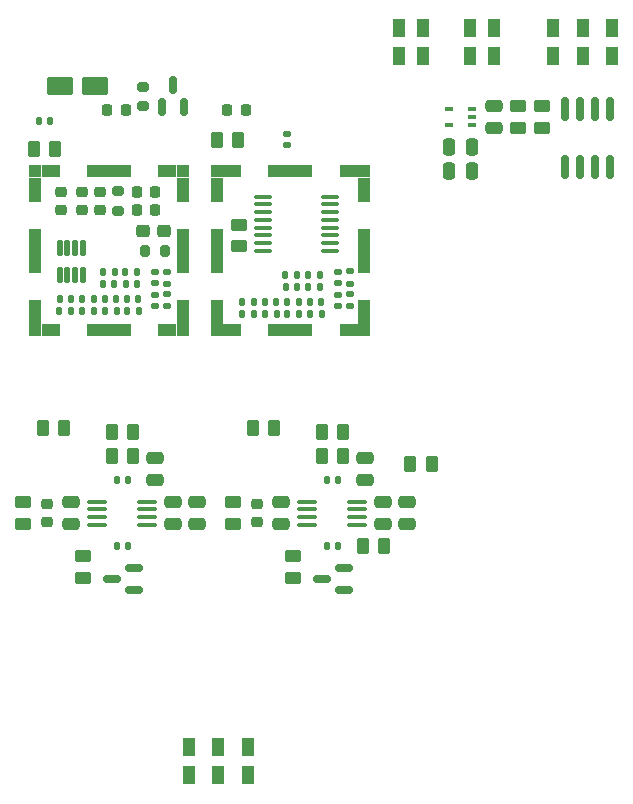
<source format=gbr>
%TF.GenerationSoftware,KiCad,Pcbnew,6.0.2+dfsg-1*%
%TF.CreationDate,2023-07-10T21:48:35-06:00*%
%TF.ProjectId,TestComponents,54657374-436f-46d7-906f-6e656e74732e,rev?*%
%TF.SameCoordinates,PXbf5d420PY621abf0*%
%TF.FileFunction,Paste,Top*%
%TF.FilePolarity,Positive*%
%FSLAX46Y46*%
G04 Gerber Fmt 4.6, Leading zero omitted, Abs format (unit mm)*
G04 Created by KiCad (PCBNEW 6.0.2+dfsg-1) date 2023-07-10 21:48:35*
%MOMM*%
%LPD*%
G01*
G04 APERTURE LIST*
G04 Aperture macros list*
%AMRoundRect*
0 Rectangle with rounded corners*
0 $1 Rounding radius*
0 $2 $3 $4 $5 $6 $7 $8 $9 X,Y pos of 4 corners*
0 Add a 4 corners polygon primitive as box body*
4,1,4,$2,$3,$4,$5,$6,$7,$8,$9,$2,$3,0*
0 Add four circle primitives for the rounded corners*
1,1,$1+$1,$2,$3*
1,1,$1+$1,$4,$5*
1,1,$1+$1,$6,$7*
1,1,$1+$1,$8,$9*
0 Add four rect primitives between the rounded corners*
20,1,$1+$1,$2,$3,$4,$5,0*
20,1,$1+$1,$4,$5,$6,$7,0*
20,1,$1+$1,$6,$7,$8,$9,0*
20,1,$1+$1,$8,$9,$2,$3,0*%
G04 Aperture macros list end*
%ADD10RoundRect,0.140000X0.140000X0.170000X-0.140000X0.170000X-0.140000X-0.170000X0.140000X-0.170000X0*%
%ADD11RoundRect,0.135000X0.135000X0.185000X-0.135000X0.185000X-0.135000X-0.185000X0.135000X-0.185000X0*%
%ADD12RoundRect,0.135000X-0.135000X-0.185000X0.135000X-0.185000X0.135000X0.185000X-0.135000X0.185000X0*%
%ADD13RoundRect,0.225000X0.225000X0.250000X-0.225000X0.250000X-0.225000X-0.250000X0.225000X-0.250000X0*%
%ADD14RoundRect,0.225000X0.250000X-0.225000X0.250000X0.225000X-0.250000X0.225000X-0.250000X-0.225000X0*%
%ADD15RoundRect,0.150000X0.587500X0.150000X-0.587500X0.150000X-0.587500X-0.150000X0.587500X-0.150000X0*%
%ADD16RoundRect,0.140000X-0.140000X-0.170000X0.140000X-0.170000X0.140000X0.170000X-0.140000X0.170000X0*%
%ADD17RoundRect,0.250000X0.262500X0.450000X-0.262500X0.450000X-0.262500X-0.450000X0.262500X-0.450000X0*%
%ADD18RoundRect,0.250000X0.475000X-0.250000X0.475000X0.250000X-0.475000X0.250000X-0.475000X-0.250000X0*%
%ADD19RoundRect,0.250000X-0.475000X0.250000X-0.475000X-0.250000X0.475000X-0.250000X0.475000X0.250000X0*%
%ADD20RoundRect,0.140000X0.170000X-0.140000X0.170000X0.140000X-0.170000X0.140000X-0.170000X-0.140000X0*%
%ADD21RoundRect,0.250000X0.450000X-0.262500X0.450000X0.262500X-0.450000X0.262500X-0.450000X-0.262500X0*%
%ADD22RoundRect,0.150000X0.150000X-0.825000X0.150000X0.825000X-0.150000X0.825000X-0.150000X-0.825000X0*%
%ADD23RoundRect,0.250000X-0.262500X-0.450000X0.262500X-0.450000X0.262500X0.450000X-0.262500X0.450000X0*%
%ADD24RoundRect,0.135000X-0.185000X0.135000X-0.185000X-0.135000X0.185000X-0.135000X0.185000X0.135000X0*%
%ADD25RoundRect,0.250000X-0.450000X0.262500X-0.450000X-0.262500X0.450000X-0.262500X0.450000X0.262500X0*%
%ADD26RoundRect,0.200000X0.200000X0.275000X-0.200000X0.275000X-0.200000X-0.275000X0.200000X-0.275000X0*%
%ADD27RoundRect,0.150000X0.150000X-0.587500X0.150000X0.587500X-0.150000X0.587500X-0.150000X-0.587500X0*%
%ADD28RoundRect,0.125000X0.125000X-0.537500X0.125000X0.537500X-0.125000X0.537500X-0.125000X-0.537500X0*%
%ADD29RoundRect,0.200000X0.275000X-0.200000X0.275000X0.200000X-0.275000X0.200000X-0.275000X-0.200000X0*%
%ADD30RoundRect,0.250000X0.312500X0.275000X-0.312500X0.275000X-0.312500X-0.275000X0.312500X-0.275000X0*%
%ADD31RoundRect,0.200000X-0.275000X0.200000X-0.275000X-0.200000X0.275000X-0.200000X0.275000X0.200000X0*%
%ADD32RoundRect,0.250000X-0.250000X-0.475000X0.250000X-0.475000X0.250000X0.475000X-0.250000X0.475000X0*%
%ADD33RoundRect,0.250000X0.250000X0.475000X-0.250000X0.475000X-0.250000X-0.475000X0.250000X-0.475000X0*%
%ADD34R,1.000000X3.800000*%
%ADD35R,1.650000X1.000000*%
%ADD36R,3.800000X1.000000*%
%ADD37R,1.000000X1.000000*%
%ADD38R,1.000000X2.130000*%
%ADD39R,1.000000X1.600000*%
%ADD40R,0.650000X0.400000*%
%ADD41RoundRect,0.100000X0.637500X0.100000X-0.637500X0.100000X-0.637500X-0.100000X0.637500X-0.100000X0*%
%ADD42RoundRect,0.100000X-0.712500X-0.100000X0.712500X-0.100000X0.712500X0.100000X-0.712500X0.100000X0*%
%ADD43RoundRect,0.250000X0.850000X0.550000X-0.850000X0.550000X-0.850000X-0.550000X0.850000X-0.550000X0*%
G04 APERTURE END LIST*
D10*
%TO.C,C31*%
X-41211600Y8839100D03*
X-42171600Y8839100D03*
%TD*%
D11*
%TO.C,R26*%
X-44989600Y7813500D03*
X-46009600Y7813500D03*
%TD*%
D12*
%TO.C,R18*%
X-55709700Y8128000D03*
X-54689700Y8128000D03*
%TD*%
D13*
%TO.C,C26*%
X-53365300Y16652600D03*
X-54915300Y16652600D03*
%TD*%
D14*
%TO.C,CS1*%
X-44704000Y-9792000D03*
X-44704000Y-8242000D03*
%TD*%
D15*
%TO.C,U8*%
X-37357200Y-15551000D03*
X-37357200Y-13651000D03*
X-39232200Y-14601000D03*
%TD*%
D11*
%TO.C,R16*%
X-60460900Y8128000D03*
X-61480900Y8128000D03*
%TD*%
D16*
%TO.C,C29*%
X-44061600Y8829500D03*
X-43101600Y8829500D03*
%TD*%
D10*
%TO.C,C24*%
X-54892000Y10414000D03*
X-55852000Y10414000D03*
%TD*%
D17*
%TO.C,RS6*%
X-37441500Y-4191000D03*
X-39266500Y-4191000D03*
%TD*%
D18*
%TO.C,CS10*%
X-49784000Y-9967000D03*
X-49784000Y-8067000D03*
%TD*%
D16*
%TO.C,C15*%
X-63190300Y24145600D03*
X-62230300Y24145600D03*
%TD*%
D14*
%TO.C,C13*%
X-61353900Y16649800D03*
X-61353900Y18199800D03*
%TD*%
D13*
%TO.C,C3*%
X-45707000Y25146000D03*
X-47257000Y25146000D03*
%TD*%
D12*
%TO.C,R29*%
X-42156400Y7823100D03*
X-41136400Y7823100D03*
%TD*%
D19*
%TO.C,R_{PD.bias}2*%
X-53338700Y-4323000D03*
X-53338700Y-6223000D03*
%TD*%
D16*
%TO.C,CS7*%
X-56614000Y-6223000D03*
X-55654000Y-6223000D03*
%TD*%
D10*
%TO.C,C34*%
X-39420600Y10157700D03*
X-40380600Y10157700D03*
%TD*%
D20*
%TO.C,C38*%
X-42164000Y22126000D03*
X-42164000Y23086000D03*
%TD*%
D21*
%TO.C,R6*%
X-46278800Y13565500D03*
X-46278800Y15390500D03*
%TD*%
D16*
%TO.C,CS3*%
X-38834000Y-11811000D03*
X-37874000Y-11811000D03*
%TD*%
D22*
%TO.C,U3*%
X-18669000Y20284980D03*
X-17399000Y20284980D03*
X-16129000Y20284980D03*
X-14859000Y20284980D03*
X-14859000Y25234980D03*
X-16129000Y25234980D03*
X-17399000Y25234980D03*
X-18669000Y25234980D03*
%TD*%
D23*
%TO.C,R_{PD}2*%
X-57045200Y-2159000D03*
X-55220200Y-2159000D03*
%TD*%
D12*
%TO.C,R23*%
X-57799900Y11430000D03*
X-56779900Y11430000D03*
%TD*%
D24*
%TO.C,R30*%
X-36880600Y9527000D03*
X-36880600Y8507000D03*
%TD*%
D16*
%TO.C,C28*%
X-45979600Y8829500D03*
X-45019600Y8829500D03*
%TD*%
%TO.C,CS2*%
X-38834000Y-6223000D03*
X-37874000Y-6223000D03*
%TD*%
D25*
%TO.C,R2*%
X-20574000Y25447000D03*
X-20574000Y23622000D03*
%TD*%
D19*
%TO.C,CS4*%
X-34036000Y-8067000D03*
X-34036000Y-9967000D03*
%TD*%
D10*
%TO.C,C35*%
X-41338600Y10157700D03*
X-42298600Y10157700D03*
%TD*%
D12*
%TO.C,R28*%
X-40238400Y7823100D03*
X-39218400Y7823100D03*
%TD*%
D20*
%TO.C,C22*%
X-53367900Y8522525D03*
X-53367900Y9482525D03*
%TD*%
D23*
%TO.C,R_{PD}2.1*%
X-62888500Y-1778000D03*
X-61063500Y-1778000D03*
%TD*%
D24*
%TO.C,R20*%
X-52351900Y9512525D03*
X-52351900Y8492525D03*
%TD*%
D10*
%TO.C,C25*%
X-56809900Y10414000D03*
X-57769900Y10414000D03*
%TD*%
D18*
%TO.C,CS5*%
X-32004000Y-9967000D03*
X-32004000Y-8067000D03*
%TD*%
D13*
%TO.C,C1*%
X-55867000Y25146000D03*
X-57417000Y25146000D03*
%TD*%
D26*
%TO.C,R14*%
X-52540300Y13156900D03*
X-54190300Y13156900D03*
%TD*%
D18*
%TO.C,CS11*%
X-24701036Y23587980D03*
X-24701036Y25487980D03*
%TD*%
D12*
%TO.C,R19*%
X-57627700Y8128000D03*
X-56607700Y8128000D03*
%TD*%
D19*
%TO.C,CS9*%
X-51816000Y-8067000D03*
X-51816000Y-9967000D03*
%TD*%
D27*
%TO.C,U13*%
X-52804300Y25367100D03*
X-50904300Y25367100D03*
X-51854300Y27242100D03*
%TD*%
D20*
%TO.C,C23*%
X-53367900Y10440525D03*
X-53367900Y11400525D03*
%TD*%
D28*
%TO.C,U1*%
X-61439900Y11146300D03*
X-60789900Y11146300D03*
X-60139900Y11146300D03*
X-59489900Y11146300D03*
X-59489900Y13421300D03*
X-60139900Y13421300D03*
X-60789900Y13421300D03*
X-61439900Y13421300D03*
%TD*%
D29*
%TO.C,R10*%
X-54368900Y25428800D03*
X-54368900Y27078800D03*
%TD*%
D23*
%TO.C,R34*%
X-48156500Y22606000D03*
X-46331500Y22606000D03*
%TD*%
D30*
%TO.C,C16*%
X-52643200Y14884100D03*
X-54418200Y14884100D03*
%TD*%
D24*
%TO.C,R21*%
X-52351900Y11430525D03*
X-52351900Y10410525D03*
%TD*%
D31*
%TO.C,R15*%
X-56527900Y18249800D03*
X-56527900Y16599800D03*
%TD*%
D32*
%TO.C,CS12*%
X-28445036Y21997980D03*
X-26545036Y21997980D03*
%TD*%
D23*
%TO.C,R_{PD}1.1*%
X-45108500Y-1778000D03*
X-43283500Y-1778000D03*
%TD*%
D12*
%TO.C,R33*%
X-42328600Y11173700D03*
X-41308600Y11173700D03*
%TD*%
D13*
%TO.C,C27*%
X-53365300Y18186100D03*
X-54915300Y18186100D03*
%TD*%
D33*
%TO.C,CS13*%
X-26545036Y19965980D03*
X-28445036Y19965980D03*
%TD*%
D34*
%TO.C,J5*%
X-63527000Y13208000D03*
D35*
X-62202000Y6478000D03*
D36*
X-57277000Y19938000D03*
D35*
X-52352000Y19938000D03*
D37*
X-51027000Y6478000D03*
X-63527000Y19938000D03*
D34*
X-51027000Y13208000D03*
D37*
X-63527000Y6478000D03*
D38*
X-63527000Y18373000D03*
D35*
X-62202000Y19938000D03*
X-52352000Y6478000D03*
D38*
X-51027000Y8043000D03*
X-63527000Y8043000D03*
D37*
X-51027000Y19938000D03*
D36*
X-57277000Y6478000D03*
D38*
X-51027000Y18373000D03*
%TD*%
D14*
%TO.C,C14*%
X-59575900Y16636800D03*
X-59575900Y18186800D03*
%TD*%
D15*
%TO.C,U9*%
X-55137200Y-15533000D03*
X-55137200Y-13633000D03*
X-57012200Y-14583000D03*
%TD*%
D39*
%TO.C,SW1*%
X-50506000Y-28817500D03*
X-48006000Y-28817500D03*
X-45506000Y-28817500D03*
X-50506000Y-31217500D03*
X-48006000Y-31217500D03*
X-45506000Y-31217500D03*
%TD*%
D23*
%TO.C,R13*%
X-63650500Y21844000D03*
X-61825500Y21844000D03*
%TD*%
D10*
%TO.C,C21*%
X-56682900Y9144000D03*
X-57642900Y9144000D03*
%TD*%
D25*
%TO.C,RS7*%
X-64516000Y-8104500D03*
X-64516000Y-9929500D03*
%TD*%
D40*
%TO.C,U4*%
X-26545036Y23887980D03*
X-26545036Y24537980D03*
X-26545036Y25187980D03*
X-28445036Y25187980D03*
X-28445036Y23887980D03*
%TD*%
D12*
%TO.C,R22*%
X-55882000Y11430000D03*
X-54862000Y11430000D03*
%TD*%
D39*
%TO.C,SW2*%
X-24698000Y29661000D03*
X-26698000Y29661000D03*
X-30698000Y29661000D03*
X-32698000Y29661000D03*
X-24698000Y32061000D03*
X-26698000Y32061000D03*
X-30698000Y32061000D03*
X-32698000Y32061000D03*
%TD*%
D17*
%TO.C,RS8*%
X-55221500Y-4191000D03*
X-57046500Y-4191000D03*
%TD*%
D23*
%TO.C,R9*%
X-35792600Y-11806900D03*
X-33967600Y-11806900D03*
%TD*%
%TO.C,R_{PD}1*%
X-39265200Y-2159000D03*
X-37440200Y-2159000D03*
%TD*%
D41*
%TO.C,U2*%
X-38539500Y13219000D03*
X-38539500Y13869000D03*
X-38539500Y14519000D03*
X-38539500Y15169000D03*
X-38539500Y15819000D03*
X-38539500Y16469000D03*
X-38539500Y17119000D03*
X-38539500Y17769000D03*
X-44264500Y17769000D03*
X-44264500Y17119000D03*
X-44264500Y16469000D03*
X-44264500Y15819000D03*
X-44264500Y15169000D03*
X-44264500Y14519000D03*
X-44264500Y13869000D03*
X-44264500Y13219000D03*
%TD*%
D42*
%TO.C,US1*%
X-40466500Y-8042000D03*
X-40466500Y-8692000D03*
X-40466500Y-9342000D03*
X-40466500Y-9992000D03*
X-36241500Y-9992000D03*
X-36241500Y-9342000D03*
X-36241500Y-8692000D03*
X-36241500Y-8042000D03*
%TD*%
D37*
%TO.C,J6*%
X-48160000Y19938000D03*
D38*
X-35660000Y18373000D03*
X-35660000Y8043000D03*
X-48160000Y18373000D03*
D36*
X-41910000Y6478000D03*
D37*
X-35660000Y19938000D03*
D34*
X-35660000Y13208000D03*
D37*
X-35660000Y6478000D03*
D34*
X-48160000Y13208000D03*
D37*
X-48160000Y6478000D03*
D36*
X-41910000Y19938000D03*
D38*
X-48160000Y8043000D03*
D35*
X-46835000Y19938000D03*
X-36985000Y6478000D03*
X-46835000Y6478000D03*
X-36985000Y19938000D03*
%TD*%
D20*
%TO.C,C32*%
X-37896600Y8537000D03*
X-37896600Y9497000D03*
%TD*%
D12*
%TO.C,R32*%
X-40410600Y11173700D03*
X-39390600Y11173700D03*
%TD*%
D11*
%TO.C,R27*%
X-43071600Y7813500D03*
X-44091600Y7813500D03*
%TD*%
D43*
%TO.C,C2*%
X-58444000Y27178000D03*
X-61444000Y27178000D03*
%TD*%
D16*
%TO.C,C19*%
X-59532900Y9144000D03*
X-58572900Y9144000D03*
%TD*%
D14*
%TO.C,CS6*%
X-62484000Y-9792000D03*
X-62484000Y-8242000D03*
%TD*%
%TO.C,C17*%
X-58051900Y16649800D03*
X-58051900Y18199800D03*
%TD*%
D20*
%TO.C,C33*%
X-37896600Y10455000D03*
X-37896600Y11415000D03*
%TD*%
D42*
%TO.C,US2*%
X-58246500Y-8042000D03*
X-58246500Y-8692000D03*
X-58246500Y-9342000D03*
X-58246500Y-9992000D03*
X-54021500Y-9992000D03*
X-54021500Y-9342000D03*
X-54021500Y-8692000D03*
X-54021500Y-8042000D03*
%TD*%
D18*
%TO.C,RS5*%
X-60452000Y-9967000D03*
X-60452000Y-8067000D03*
%TD*%
D19*
%TO.C,R_{PD.bias}1*%
X-35558700Y-4323000D03*
X-35558700Y-6223000D03*
%TD*%
D24*
%TO.C,R31*%
X-36880600Y11445000D03*
X-36880600Y10425000D03*
%TD*%
D10*
%TO.C,C20*%
X-54777900Y9144000D03*
X-55737900Y9144000D03*
%TD*%
D21*
%TO.C,R5*%
X-59434700Y-14501500D03*
X-59434700Y-12676500D03*
%TD*%
D11*
%TO.C,R17*%
X-58542900Y8128000D03*
X-59562900Y8128000D03*
%TD*%
D21*
%TO.C,R4*%
X-41654700Y-14501500D03*
X-41654700Y-12676500D03*
%TD*%
D17*
%TO.C,R_{C}1*%
X-29948500Y-4826000D03*
X-31773500Y-4826000D03*
%TD*%
D16*
%TO.C,CS8*%
X-56614000Y-11811000D03*
X-55654000Y-11811000D03*
%TD*%
D10*
%TO.C,C30*%
X-39306600Y8839100D03*
X-40266600Y8839100D03*
%TD*%
D39*
%TO.C,SW3*%
X-14645000Y29661000D03*
X-17145000Y29661000D03*
X-19645000Y29661000D03*
X-14645000Y32061000D03*
X-17145000Y32061000D03*
X-19645000Y32061000D03*
%TD*%
D25*
%TO.C,RS3*%
X-46736000Y-8104500D03*
X-46736000Y-9929500D03*
%TD*%
%TO.C,R1*%
X-22606000Y25447000D03*
X-22606000Y23622000D03*
%TD*%
D16*
%TO.C,C18*%
X-61440000Y9144000D03*
X-60480000Y9144000D03*
%TD*%
D18*
%TO.C,RS2*%
X-42672000Y-9967000D03*
X-42672000Y-8067000D03*
%TD*%
M02*

</source>
